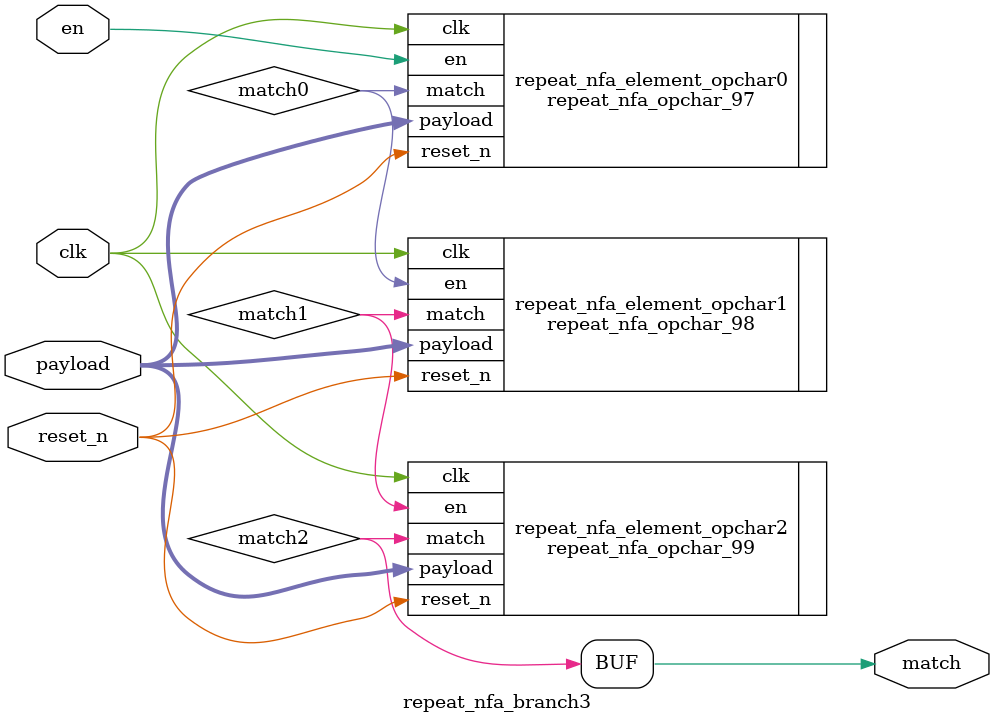
<source format=v>
module repeat_nfa_branch3 (
en,
payload,
match,
clk,
reset_n
);

input en;
input clk;
input reset_n;
input [7:0] payload;
output match;

wire match0;

repeat_nfa_opchar_97 repeat_nfa_element_opchar0(.en (en),
						.payload (payload),
						.clk (clk),
						.reset_n (reset_n),
						.match (match0)
);

wire match1;

repeat_nfa_opchar_98 repeat_nfa_element_opchar1(.en (match0),
						.payload (payload),
						.clk (clk),
						.reset_n (reset_n),
						.match (match1)
);

wire match2;

repeat_nfa_opchar_99 repeat_nfa_element_opchar2(.en (match1),
						.payload (payload),
						.clk (clk),
						.reset_n (reset_n),
						.match (match2)
);
assign match = match2;
endmodule
//--------------------------------------------------------------

</source>
